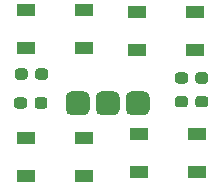
<source format=gbr>
%TF.GenerationSoftware,KiCad,Pcbnew,(5.1.10)-1*%
%TF.CreationDate,2021-06-06T01:25:55+08:00*%
%TF.ProjectId,W2S2812B,57325332-3831-4324-922e-6b696361645f,rev?*%
%TF.SameCoordinates,Original*%
%TF.FileFunction,Soldermask,Top*%
%TF.FilePolarity,Negative*%
%FSLAX46Y46*%
G04 Gerber Fmt 4.6, Leading zero omitted, Abs format (unit mm)*
G04 Created by KiCad (PCBNEW (5.1.10)-1) date 2021-06-06 01:25:55*
%MOMM*%
%LPD*%
G01*
G04 APERTURE LIST*
%ADD10R,1.500000X1.000000*%
G04 APERTURE END LIST*
%TO.C,J1*%
G36*
G01*
X12528000Y7664000D02*
X11512000Y7664000D01*
G75*
G02*
X11004000Y8172000I0J508000D01*
G01*
X11004000Y9188000D01*
G75*
G02*
X11512000Y9696000I508000J0D01*
G01*
X12528000Y9696000D01*
G75*
G02*
X13036000Y9188000I0J-508000D01*
G01*
X13036000Y8172000D01*
G75*
G02*
X12528000Y7664000I-508000J0D01*
G01*
G37*
G36*
G01*
X9988000Y7664000D02*
X8972000Y7664000D01*
G75*
G02*
X8464000Y8172000I0J508000D01*
G01*
X8464000Y9188000D01*
G75*
G02*
X8972000Y9696000I508000J0D01*
G01*
X9988000Y9696000D01*
G75*
G02*
X10496000Y9188000I0J-508000D01*
G01*
X10496000Y8172000D01*
G75*
G02*
X9988000Y7664000I-508000J0D01*
G01*
G37*
G36*
G01*
X7448000Y7664000D02*
X6432000Y7664000D01*
G75*
G02*
X5924000Y8172000I0J508000D01*
G01*
X5924000Y9188000D01*
G75*
G02*
X6432000Y9696000I508000J0D01*
G01*
X7448000Y9696000D01*
G75*
G02*
X7956000Y9188000I0J-508000D01*
G01*
X7956000Y8172000D01*
G75*
G02*
X7448000Y7664000I-508000J0D01*
G01*
G37*
%TD*%
D10*
%TO.C,D4*%
X2590000Y5750000D03*
X2590000Y2550000D03*
X7490000Y5750000D03*
X7490000Y2550000D03*
%TD*%
%TO.C,D3*%
X12140000Y6050000D03*
X12140000Y2850000D03*
X17040000Y6050000D03*
X17040000Y2850000D03*
%TD*%
%TO.C,D2*%
X11990000Y16410000D03*
X11990000Y13210000D03*
X16890000Y16410000D03*
X16890000Y13210000D03*
%TD*%
%TO.C,D1*%
X2590000Y16540000D03*
X2590000Y13340000D03*
X7490000Y16540000D03*
X7490000Y13340000D03*
%TD*%
%TO.C,C4*%
G36*
G01*
X16907500Y8572500D02*
X16907500Y9047500D01*
G75*
G02*
X17145000Y9285000I237500J0D01*
G01*
X17745000Y9285000D01*
G75*
G02*
X17982500Y9047500I0J-237500D01*
G01*
X17982500Y8572500D01*
G75*
G02*
X17745000Y8335000I-237500J0D01*
G01*
X17145000Y8335000D01*
G75*
G02*
X16907500Y8572500I0J237500D01*
G01*
G37*
G36*
G01*
X15182500Y8572500D02*
X15182500Y9047500D01*
G75*
G02*
X15420000Y9285000I237500J0D01*
G01*
X16020000Y9285000D01*
G75*
G02*
X16257500Y9047500I0J-237500D01*
G01*
X16257500Y8572500D01*
G75*
G02*
X16020000Y8335000I-237500J0D01*
G01*
X15420000Y8335000D01*
G75*
G02*
X15182500Y8572500I0J237500D01*
G01*
G37*
%TD*%
%TO.C,C3*%
G36*
G01*
X2695000Y11387500D02*
X2695000Y10912500D01*
G75*
G02*
X2457500Y10675000I-237500J0D01*
G01*
X1857500Y10675000D01*
G75*
G02*
X1620000Y10912500I0J237500D01*
G01*
X1620000Y11387500D01*
G75*
G02*
X1857500Y11625000I237500J0D01*
G01*
X2457500Y11625000D01*
G75*
G02*
X2695000Y11387500I0J-237500D01*
G01*
G37*
G36*
G01*
X4420000Y11387500D02*
X4420000Y10912500D01*
G75*
G02*
X4182500Y10675000I-237500J0D01*
G01*
X3582500Y10675000D01*
G75*
G02*
X3345000Y10912500I0J237500D01*
G01*
X3345000Y11387500D01*
G75*
G02*
X3582500Y11625000I237500J0D01*
G01*
X4182500Y11625000D01*
G75*
G02*
X4420000Y11387500I0J-237500D01*
G01*
G37*
%TD*%
%TO.C,C2*%
G36*
G01*
X16912500Y10582500D02*
X16912500Y11057500D01*
G75*
G02*
X17150000Y11295000I237500J0D01*
G01*
X17750000Y11295000D01*
G75*
G02*
X17987500Y11057500I0J-237500D01*
G01*
X17987500Y10582500D01*
G75*
G02*
X17750000Y10345000I-237500J0D01*
G01*
X17150000Y10345000D01*
G75*
G02*
X16912500Y10582500I0J237500D01*
G01*
G37*
G36*
G01*
X15187500Y10582500D02*
X15187500Y11057500D01*
G75*
G02*
X15425000Y11295000I237500J0D01*
G01*
X16025000Y11295000D01*
G75*
G02*
X16262500Y11057500I0J-237500D01*
G01*
X16262500Y10582500D01*
G75*
G02*
X16025000Y10345000I-237500J0D01*
G01*
X15425000Y10345000D01*
G75*
G02*
X15187500Y10582500I0J237500D01*
G01*
G37*
%TD*%
%TO.C,C1*%
G36*
G01*
X2635000Y8937500D02*
X2635000Y8462500D01*
G75*
G02*
X2397500Y8225000I-237500J0D01*
G01*
X1797500Y8225000D01*
G75*
G02*
X1560000Y8462500I0J237500D01*
G01*
X1560000Y8937500D01*
G75*
G02*
X1797500Y9175000I237500J0D01*
G01*
X2397500Y9175000D01*
G75*
G02*
X2635000Y8937500I0J-237500D01*
G01*
G37*
G36*
G01*
X4360000Y8937500D02*
X4360000Y8462500D01*
G75*
G02*
X4122500Y8225000I-237500J0D01*
G01*
X3522500Y8225000D01*
G75*
G02*
X3285000Y8462500I0J237500D01*
G01*
X3285000Y8937500D01*
G75*
G02*
X3522500Y9175000I237500J0D01*
G01*
X4122500Y9175000D01*
G75*
G02*
X4360000Y8937500I0J-237500D01*
G01*
G37*
%TD*%
M02*

</source>
